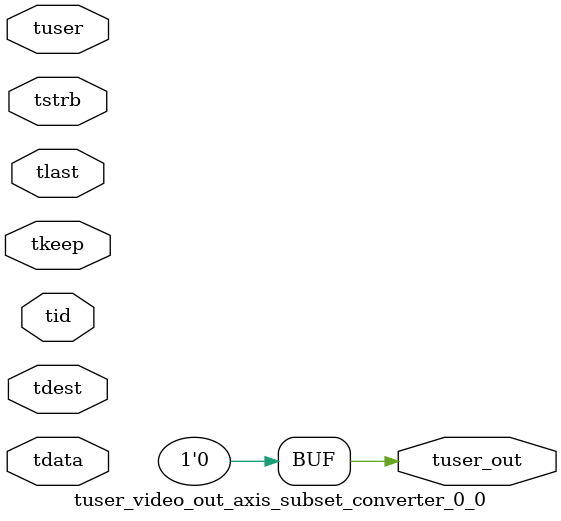
<source format=v>


`timescale 1ps/1ps

module tuser_video_out_axis_subset_converter_0_0 #
(
parameter C_S_AXIS_TUSER_WIDTH = 1,
parameter C_S_AXIS_TDATA_WIDTH = 32,
parameter C_S_AXIS_TID_WIDTH   = 0,
parameter C_S_AXIS_TDEST_WIDTH = 0,
parameter C_M_AXIS_TUSER_WIDTH = 1
)
(
input  [(C_S_AXIS_TUSER_WIDTH == 0 ? 1 : C_S_AXIS_TUSER_WIDTH)-1:0     ] tuser,
input  [(C_S_AXIS_TDATA_WIDTH == 0 ? 1 : C_S_AXIS_TDATA_WIDTH)-1:0     ] tdata,
input  [(C_S_AXIS_TID_WIDTH   == 0 ? 1 : C_S_AXIS_TID_WIDTH)-1:0       ] tid,
input  [(C_S_AXIS_TDEST_WIDTH == 0 ? 1 : C_S_AXIS_TDEST_WIDTH)-1:0     ] tdest,
input  [(C_S_AXIS_TDATA_WIDTH/8)-1:0 ] tkeep,
input  [(C_S_AXIS_TDATA_WIDTH/8)-1:0 ] tstrb,
input                                                                    tlast,
output [C_M_AXIS_TUSER_WIDTH-1:0] tuser_out
);

assign tuser_out = {1'b0};

endmodule


</source>
